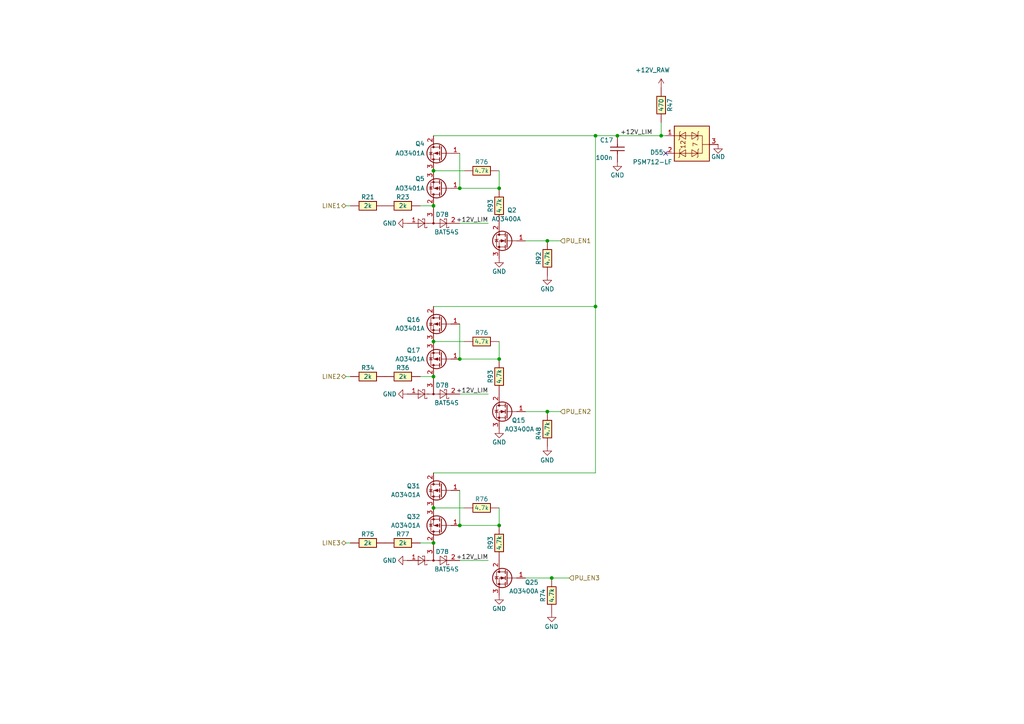
<source format=kicad_sch>
(kicad_sch (version 20230121) (generator eeschema)
  (paper "A4")
  (lib_symbols
    (symbol "Diode:BAT54S" (pin_names (offset 1.016))
      (property "Reference" "D" (at 0.635 -3.81 0))
      (property "Value" "BAT54S" (at -6.35 3.175 0))
      (symbol "BAT54S_0_1"
        (polyline (pts (xy -3.81 0) (xy -1.27 0)))
        (polyline (pts (xy -3.175 -1.27) (xy -3.175 -1.016)))
        (polyline (pts (xy -2.54 -1.27) (xy -3.175 -1.27)))
        (polyline (pts (xy -2.54 -1.27) (xy -2.54 1.27)))
        (polyline (pts (xy -2.54 1.27) (xy -1.905 1.27)))
        (polyline (pts (xy -1.905 0) (xy 1.905 0)))
        (polyline (pts (xy -1.905 1.27) (xy -1.905 1.016)))
        (polyline (pts (xy 1.27 0) (xy 3.81 0)))
        (polyline (pts (xy 3.175 -1.27) (xy 3.175 -1.016)))
        (polyline (pts (xy 3.81 -1.27) (xy 3.175 -1.27)))
        (polyline (pts (xy 3.81 -1.27) (xy 3.81 1.27)))
        (polyline (pts (xy 3.81 1.27) (xy 4.445 1.27)))
        (polyline (pts (xy 4.445 1.27) (xy 4.445 1.016)))
        (polyline (pts (xy -4.445 1.27) (xy -4.445 -1.27) (xy -2.54 0) (xy -4.445 1.27)))
        (polyline (pts (xy 1.905 1.27) (xy 1.905 -1.27) (xy 3.81 0) (xy 1.905 1.27)))
        (circle (center 0 0) (radius 0.254) (fill (type outline)))
      )
      (symbol "BAT54S_1_1"
        (pin passive line (at -7.62 0 0) (length 3.81) (name "~") (number "1"))
        (pin passive line (at 7.62 0 180) (length 3.81) (name "~") (number "2"))
        (pin passive line (at 0 -5.08 90) (length 5.08) (name "~") (number "3"))
      )
    )
    (symbol "MOSFET-P_2" (pin_names hide)
      (property "Reference" "Q" (at 5.207 0.9085 0))
      (property "Value" "MOSFET-P_2" (at 5.207 -1.8666 0))
      (symbol "MOSFET-P_2_0_1"
        (polyline (pts (xy 0.254 0) (xy -2.54 0)))
        (polyline (pts (xy 0.254 1.905) (xy 0.254 -1.905)) (stroke (width 0.254)))
        (polyline (pts (xy 0.762 -1.27) (xy 0.762 -2.286)) (stroke (width 0.254)))
        (polyline (pts (xy 0.762 0.508) (xy 0.762 -0.508)) (stroke (width 0.254)))
        (polyline (pts (xy 0.762 2.286) (xy 0.762 1.27)) (stroke (width 0.254)))
        (polyline (pts (xy 2.54 2.54) (xy 2.54 1.778)))
        (polyline (pts (xy 2.54 -2.54) (xy 2.54 0) (xy 0.762 0)))
        (polyline (pts (xy 0.762 1.778) (xy 3.302 1.778) (xy 3.302 -1.778) (xy 0.762 -1.778)))
        (polyline (pts (xy 2.286 0) (xy 1.27 0.381) (xy 1.27 -0.381) (xy 2.286 0)) (fill (type outline)))
        (polyline (pts (xy 2.794 -0.508) (xy 2.921 -0.381) (xy 3.683 -0.381) (xy 3.81 -0.254)))
        (polyline (pts (xy 3.302 -0.381) (xy 2.921 0.254) (xy 3.683 0.254) (xy 3.302 -0.381)))
        (circle (center 1.651 0) (radius 2.794) (stroke (width 0.254)))
        (circle (center 2.54 -1.778) (radius 0.254) (fill (type outline)))
        (circle (center 2.54 1.778) (radius 0.254) (fill (type outline)))
      )
      (symbol "MOSFET-P_2_1_1"
        (pin input line (at -5.08 0 0) (length 2.54) (name "G") (number "1"))
        (pin passive line (at 2.54 5.08 270) (length 2.54) (name "D") (number "2"))
        (pin passive line (at 2.54 -5.08 90) (length 2.54) (name "S") (number "3"))
      )
    )
    (symbol "MOSFET-P_3" (pin_names hide)
      (property "Reference" "Q" (at 5.207 0.9085 0))
      (property "Value" "MOSFET-P_3" (at 5.207 -1.8666 0))
      (symbol "MOSFET-P_3_0_1"
        (polyline (pts (xy 0.254 0) (xy -2.54 0)))
        (polyline (pts (xy 0.254 1.905) (xy 0.254 -1.905)) (stroke (width 0.254)))
        (polyline (pts (xy 0.762 -1.27) (xy 0.762 -2.286)) (stroke (width 0.254)))
        (polyline (pts (xy 0.762 0.508) (xy 0.762 -0.508)) (stroke (width 0.254)))
        (polyline (pts (xy 0.762 2.286) (xy 0.762 1.27)) (stroke (width 0.254)))
        (polyline (pts (xy 2.54 2.54) (xy 2.54 1.778)))
        (polyline (pts (xy 2.54 -2.54) (xy 2.54 0) (xy 0.762 0)))
        (polyline (pts (xy 0.762 1.778) (xy 3.302 1.778) (xy 3.302 -1.778) (xy 0.762 -1.778)))
        (polyline (pts (xy 2.286 0) (xy 1.27 0.381) (xy 1.27 -0.381) (xy 2.286 0)) (fill (type outline)))
        (polyline (pts (xy 2.794 -0.508) (xy 2.921 -0.381) (xy 3.683 -0.381) (xy 3.81 -0.254)))
        (polyline (pts (xy 3.302 -0.381) (xy 2.921 0.254) (xy 3.683 0.254) (xy 3.302 -0.381)))
        (circle (center 1.651 0) (radius 2.794) (stroke (width 0.254)))
        (circle (center 2.54 -1.778) (radius 0.254) (fill (type outline)))
        (circle (center 2.54 1.778) (radius 0.254) (fill (type outline)))
      )
      (symbol "MOSFET-P_3_1_1"
        (pin input line (at -5.08 0 0) (length 2.54) (name "G") (number "1"))
        (pin passive line (at 2.54 5.08 270) (length 2.54) (name "D") (number "2"))
        (pin passive line (at 2.54 -5.08 90) (length 2.54) (name "S") (number "3"))
      )
    )
    (symbol "MOSFET-P_5" (pin_names hide)
      (property "Reference" "Q" (at 5.207 0.9085 0))
      (property "Value" "MOSFET-P_5" (at 5.207 -1.8666 0))
      (symbol "MOSFET-P_5_0_1"
        (polyline (pts (xy 0.254 0) (xy -2.54 0)))
        (polyline (pts (xy 0.254 1.905) (xy 0.254 -1.905)) (stroke (width 0.254)))
        (polyline (pts (xy 0.762 -1.27) (xy 0.762 -2.286)) (stroke (width 0.254)))
        (polyline (pts (xy 0.762 0.508) (xy 0.762 -0.508)) (stroke (width 0.254)))
        (polyline (pts (xy 0.762 2.286) (xy 0.762 1.27)) (stroke (width 0.254)))
        (polyline (pts (xy 2.54 2.54) (xy 2.54 1.778)))
        (polyline (pts (xy 2.54 -2.54) (xy 2.54 0) (xy 0.762 0)))
        (polyline (pts (xy 0.762 1.778) (xy 3.302 1.778) (xy 3.302 -1.778) (xy 0.762 -1.778)))
        (polyline (pts (xy 2.286 0) (xy 1.27 0.381) (xy 1.27 -0.381) (xy 2.286 0)) (fill (type outline)))
        (polyline (pts (xy 2.794 -0.508) (xy 2.921 -0.381) (xy 3.683 -0.381) (xy 3.81 -0.254)))
        (polyline (pts (xy 3.302 -0.381) (xy 2.921 0.254) (xy 3.683 0.254) (xy 3.302 -0.381)))
        (circle (center 1.651 0) (radius 2.794) (stroke (width 0.254)))
        (circle (center 2.54 -1.778) (radius 0.254) (fill (type outline)))
        (circle (center 2.54 1.778) (radius 0.254) (fill (type outline)))
      )
      (symbol "MOSFET-P_5_1_1"
        (pin input line (at -5.08 0 0) (length 2.54) (name "G") (number "1"))
        (pin passive line (at 2.54 5.08 270) (length 2.54) (name "D") (number "2"))
        (pin passive line (at 2.54 -5.08 90) (length 2.54) (name "S") (number "3"))
      )
    )
    (symbol "MOSFET-P_6" (pin_names hide)
      (property "Reference" "Q" (at 5.207 0.9085 0))
      (property "Value" "MOSFET-P_6" (at 5.207 -1.8666 0))
      (symbol "MOSFET-P_6_0_1"
        (polyline (pts (xy 0.254 0) (xy -2.54 0)))
        (polyline (pts (xy 0.254 1.905) (xy 0.254 -1.905)) (stroke (width 0.254)))
        (polyline (pts (xy 0.762 -1.27) (xy 0.762 -2.286)) (stroke (width 0.254)))
        (polyline (pts (xy 0.762 0.508) (xy 0.762 -0.508)) (stroke (width 0.254)))
        (polyline (pts (xy 0.762 2.286) (xy 0.762 1.27)) (stroke (width 0.254)))
        (polyline (pts (xy 2.54 2.54) (xy 2.54 1.778)))
        (polyline (pts (xy 2.54 -2.54) (xy 2.54 0) (xy 0.762 0)))
        (polyline (pts (xy 0.762 1.778) (xy 3.302 1.778) (xy 3.302 -1.778) (xy 0.762 -1.778)))
        (polyline (pts (xy 2.286 0) (xy 1.27 0.381) (xy 1.27 -0.381) (xy 2.286 0)) (fill (type outline)))
        (polyline (pts (xy 2.794 -0.508) (xy 2.921 -0.381) (xy 3.683 -0.381) (xy 3.81 -0.254)))
        (polyline (pts (xy 3.302 -0.381) (xy 2.921 0.254) (xy 3.683 0.254) (xy 3.302 -0.381)))
        (circle (center 1.651 0) (radius 2.794) (stroke (width 0.254)))
        (circle (center 2.54 -1.778) (radius 0.254) (fill (type outline)))
        (circle (center 2.54 1.778) (radius 0.254) (fill (type outline)))
      )
      (symbol "MOSFET-P_6_1_1"
        (pin input line (at -5.08 0 0) (length 2.54) (name "G") (number "1"))
        (pin passive line (at 2.54 5.08 270) (length 2.54) (name "D") (number "2"))
        (pin passive line (at 2.54 -5.08 90) (length 2.54) (name "S") (number "3"))
      )
    )
    (symbol "hellen-one-common:+12V_RAW" (power) (pin_names (offset 0))
      (property "Value" "+12V_RAW" (at 0 3.556 0))
      (symbol "+12V_RAW_0_1"
        (polyline (pts (xy -0.762 1.27) (xy 0 2.54)))
        (polyline (pts (xy 0 0) (xy 0 2.54)))
        (polyline (pts (xy 0 2.54) (xy 0.762 1.27)))
      )
      (symbol "+12V_RAW_1_1"
        (pin power_in line (at 0 0 90) (length 0) hide (name "+12V_RAW") (number "1"))
      )
    )
    (symbol "hellen-one-common:Cap" (pin_numbers hide)
      (property "Reference" "C" (at -3.81 2.54 0))
      (property "Value" "Cap" (at -2.54 -1.27 0))
      (symbol "Cap_1_0"
        (polyline (pts (xy -1.27 0) (xy -0.508 0)) (stroke (width 0.254)))
        (polyline (pts (xy -0.508 -2.032) (xy -0.508 2.032)) (stroke (width 0.254)))
        (polyline (pts (xy 0.508 2.032) (xy 0.508 -2.032)) (stroke (width 0.254)))
        (polyline (pts (xy 1.27 0) (xy 0.508 0)) (stroke (width 0.254)))
        (pin passive line (at -3.81 0 0) (length 2.54) (name "") (number "1"))
        (pin passive line (at 3.81 0 180) (length 2.54) (name "") (number "2"))
      )
    )
    (symbol "hellen-one-common:MOSFET-N" (pin_names hide)
      (property "Reference" "Q" (at 5.08 6.35 0))
      (property "Value" "MOSFET-N" (at 2.54 3.81 0))
      (symbol "MOSFET-N_0_1"
        (polyline (pts (xy 0.254 0) (xy -2.54 0)))
        (polyline (pts (xy 0.254 1.905) (xy 0.254 -1.905)) (stroke (width 0.254)))
        (polyline (pts (xy 0.762 -1.27) (xy 0.762 -2.286)) (stroke (width 0.254)))
        (polyline (pts (xy 0.762 0.508) (xy 0.762 -0.508)) (stroke (width 0.254)))
        (polyline (pts (xy 0.762 2.286) (xy 0.762 1.27)) (stroke (width 0.254)))
        (polyline (pts (xy 2.54 2.54) (xy 2.54 1.778)))
        (polyline (pts (xy 2.54 -2.54) (xy 2.54 0) (xy 0.762 0)))
        (polyline (pts (xy 0.762 -1.778) (xy 3.302 -1.778) (xy 3.302 1.778) (xy 0.762 1.778)))
        (polyline (pts (xy 1.016 0) (xy 2.032 0.381) (xy 2.032 -0.381) (xy 1.016 0)) (fill (type outline)))
        (polyline (pts (xy 2.794 0.508) (xy 2.921 0.381) (xy 3.683 0.381) (xy 3.81 0.254)))
        (polyline (pts (xy 3.302 0.381) (xy 2.921 -0.254) (xy 3.683 -0.254) (xy 3.302 0.381)))
        (circle (center 1.651 0) (radius 2.794) (stroke (width 0.254)))
        (circle (center 2.54 -1.778) (radius 0.254) (fill (type outline)))
        (circle (center 2.54 1.778) (radius 0.254) (fill (type outline)))
      )
      (symbol "MOSFET-N_1_1"
        (pin input line (at -5.08 0 0) (length 2.54) (name "G") (number "1"))
        (pin passive line (at 2.54 5.08 270) (length 2.54) (name "D") (number "2"))
        (pin passive line (at 2.54 -5.08 90) (length 2.54) (name "S") (number "3"))
      )
    )
    (symbol "hellen-one-common:PSM712"
      (property "Reference" "D?" (at 3.302 0.9085 0))
      (property "Value" "PSM712" (at 3.302 -1.8666 0))
      (symbol "PSM712_0_0"
        (text "12" (at -2.286 2.54 0) (effects (font (size 1.27 1.27))))
        (text "7" (at -2.286 -1.016 0) (effects (font (size 1.27 1.27))))
      )
      (symbol "PSM712_0_1"
        (rectangle (start -7.62 5.08) (end 2.54 -5.08) (stroke (width 0.254)) (fill (type background)))
        (polyline (pts (xy -4.826 5.08) (xy -4.826 -3.048) (xy -2.286 -3.048)) (stroke (width 0.1524)))
        (polyline (pts (xy -6.096 3.302) (xy -5.842 3.556) (xy -3.81 3.556) (xy -3.556 3.81)) (stroke (width 0.1524)))
        (polyline (pts (xy -4.826 -1.778) (xy -3.81 0) (xy -5.842 0) (xy -4.826 -1.778)) (stroke (width 0.1524)))
        (polyline (pts (xy -4.826 3.556) (xy -5.842 1.778) (xy -3.81 1.778) (xy -4.826 3.556)) (stroke (width 0.1524)))
        (polyline (pts (xy -3.556 -1.524) (xy -3.81 -1.778) (xy -5.842 -1.778) (xy -6.096 -2.032)) (stroke (width 0.1524)))
        (polyline (pts (xy -1.016 3.302) (xy -0.762 3.556) (xy 1.27 3.556) (xy 1.524 3.81)) (stroke (width 0.1524)))
        (polyline (pts (xy 0.254 -1.778) (xy 1.27 0) (xy -0.762 0) (xy 0.254 -1.778)) (stroke (width 0.1524)))
        (polyline (pts (xy 0.254 3.556) (xy -0.762 1.778) (xy 1.27 1.778) (xy 0.254 3.556)) (stroke (width 0.1524)))
        (polyline (pts (xy 0.254 5.08) (xy 0.254 -3.048) (xy -2.286 -3.048) (xy -2.286 -5.08)) (stroke (width 0.1524)))
        (polyline (pts (xy 1.524 -1.524) (xy 1.27 -1.778) (xy -0.762 -1.778) (xy -1.016 -2.032)) (stroke (width 0.1524)))
      )
      (symbol "PSM712_1_1"
        (pin passive line (at -4.826 7.62 270) (length 2.54) (name "") (number "1"))
        (pin passive line (at 0.254 7.62 270) (length 2.54) (name "") (number "2"))
        (pin passive line (at -2.286 -7.62 90) (length 2.54) (name "") (number "3"))
      )
    )
    (symbol "hellen-one-common:Res" (pin_numbers hide)
      (property "Reference" "R" (at 3.81 2.54 0))
      (property "Value" "Res" (at 5.08 -2.54 0))
      (symbol "Res_1_0"
        (rectangle (start 2.54 -1.27) (end 7.62 1.27) (stroke (width 0.254)) (fill (type background)))
        (pin passive line (at 0 0 0) (length 2.54) (name "") (number "1"))
        (pin passive line (at 10.16 0 180) (length 2.54) (name "") (number "2"))
      )
    )
    (symbol "power:GND" (power) (pin_names (offset 0))
      (property "Value" "GND" (at 0 -3.81 0))
      (symbol "GND_0_1"
        (polyline (pts (xy 0 0) (xy 0 -1.27) (xy 1.27 -1.27) (xy 0 -2.54) (xy -1.27 -1.27) (xy 0 -1.27)))
      )
      (symbol "GND_1_1"
        (pin power_in line (at 0 0 270) (length 0) hide (name "GND") (number "1"))
      )
    )
  )
  (junction (at 158.75 69.85))
  (junction (at 125.73 147.32))
  (junction (at 158.75 119.38))
  (junction (at 133.35 152.4))
  (junction (at 144.78 104.14))
  (junction (at 144.78 152.4))
  (junction (at 133.35 54.61))
  (junction (at 172.72 88.9))
  (junction (at 133.35 104.14))
  (junction (at 179.07 39.37))
  (junction (at 125.73 59.69))
  (junction (at 125.73 99.06))
  (junction (at 172.72 39.37))
  (junction (at 160.02 167.64))
  (junction (at 125.73 109.22))
  (junction (at 125.73 49.53))
  (junction (at 191.77 39.37))
  (junction (at 144.78 54.61))
  (junction (at 125.73 157.48))
  (no_connect (at 193.04 44.45))
  (wire (pts (xy 144.78 104.14) (xy 144.78 99.06)))
  (wire (pts (xy 144.78 104.14) (xy 133.35 104.14)))
  (wire (pts (xy 121.92 109.22) (xy 125.73 109.22)))
  (wire (pts (xy 172.72 137.16) (xy 172.72 88.9)))
  (wire (pts (xy 144.78 54.61) (xy 144.78 49.53)))
  (wire (pts (xy 144.78 152.4) (xy 144.78 147.32)))
  (wire (pts (xy 144.78 54.61) (xy 133.35 54.61)))
  (wire (pts (xy 141.605 64.77) (xy 133.35 64.77)))
  (wire (pts (xy 144.78 152.4) (xy 133.35 152.4)))
  (wire (pts (xy 121.92 59.69) (xy 125.73 59.69)))
  (wire (pts (xy 100.33 59.69) (xy 101.6 59.69)))
  (wire (pts (xy 160.02 167.64) (xy 165.1 167.64)))
  (wire (pts (xy 125.73 157.48) (xy 121.92 157.48)))
  (wire (pts (xy 152.4 69.85) (xy 158.75 69.85)))
  (wire (pts (xy 133.35 142.24) (xy 133.35 152.4)))
  (wire (pts (xy 191.77 35.56) (xy 191.77 39.37)))
  (wire (pts (xy 125.73 49.53) (xy 134.62 49.53)))
  (wire (pts (xy 125.73 39.37) (xy 172.72 39.37)))
  (wire (pts (xy 101.6 157.48) (xy 100.33 157.48)))
  (wire (pts (xy 133.35 44.45) (xy 133.35 54.61)))
  (wire (pts (xy 158.75 119.38) (xy 162.56 119.38)))
  (wire (pts (xy 125.73 137.16) (xy 172.72 137.16)))
  (wire (pts (xy 100.33 109.22) (xy 101.6 109.22)))
  (wire (pts (xy 172.72 39.37) (xy 172.72 88.9)))
  (wire (pts (xy 158.75 69.85) (xy 162.56 69.85)))
  (wire (pts (xy 172.72 39.37) (xy 179.07 39.37)))
  (wire (pts (xy 125.73 99.06) (xy 134.62 99.06)))
  (wire (pts (xy 141.605 162.56) (xy 133.35 162.56)))
  (wire (pts (xy 191.77 39.37) (xy 179.07 39.37)))
  (wire (pts (xy 133.35 93.98) (xy 133.35 104.14)))
  (wire (pts (xy 125.73 88.9) (xy 172.72 88.9)))
  (wire (pts (xy 134.62 147.32) (xy 125.73 147.32)))
  (wire (pts (xy 193.04 39.37) (xy 191.77 39.37)))
  (wire (pts (xy 160.02 167.64) (xy 152.4 167.64)))
  (wire (pts (xy 141.605 114.3) (xy 133.35 114.3)))
  (wire (pts (xy 152.4 119.38) (xy 158.75 119.38)))
  (label "+12V_LIM" (at 141.605 162.56 180))
  (label "+12V_LIM" (at 141.605 64.77 180))
  (label "+12V_LIM" (at 189.23 39.37 180))
  (label "+12V_LIM" (at 141.605 114.3 180))
  (hierarchical_label "PU_EN1" (shape input) (at 162.56 69.85 0))
  (hierarchical_label "PU_EN2" (shape input) (at 162.56 119.38 0))
  (hierarchical_label "LINE1" (shape bidirectional) (at 100.33 59.69 180))
  (hierarchical_label "LINE2" (shape bidirectional) (at 100.33 109.22 180))
  (hierarchical_label "LINE3" (shape bidirectional) (at 100.33 157.48 180))
  (hierarchical_label "PU_EN3" (shape input) (at 165.1 167.64 0))
  (symbol (lib_id "hellen-one-common:Res") (at 144.78 49.53 0) (mirror y) (unit 1)
    (property "Reference" "R76" (at 139.7 46.99 0))
    (property "Value" "4.7k" (at 139.7 49.53 0))
    (property "Footprint" "hellen-one-common:R0603" (effects hide))
    (property "LCSC" "C23162" (effects hide))
    (instances (project "alphax_4ch" (path "" (reference "R76") (unit 1)) (path "" (reference "R1129") (unit 1))))
  )
  (symbol (lib_id "hellen-one-common:Res") (at 144.78 64.77 270) (mirror x) (unit 1)
    (property "Reference" "R93" (at 142.24 59.69 0))
    (property "Value" "4.7k" (at 144.78 59.69 0))
    (property "Footprint" "hellen-one-common:R0603" (effects hide))
    (property "LCSC" "C23162" (effects hide))
    (instances (project "alphax_4ch" (path "" (reference "R93") (unit 1)) (path "" (reference "R1132") (unit 1))))
  )
  (symbol (lib_id "power:GND") (at 144.78 74.93 0) (mirror y) (unit 1)
    (property "Reference" "#PWR026" (effects hide))
    (property "Value" "GND" (at 144.78 78.74 0))
    (instances (project "alphax_4ch" (path "" (reference "#PWR026") (unit 1)) (path "" (reference "#PWR0167") (unit 1))))
  )
  (symbol (lib_id "power:GND") (at 118.11 162.56 270) (unit 1)
    (property "Reference" "#PWR0280" (effects hide))
    (property "Value" "GND" (at 113.03 162.56 90))
    (instances (project "alphax_4ch" (path "" (reference "#PWR0280") (unit 1)) (path "" (reference "#PWR067") (unit 1))))
  )
  (symbol (lib_id "hellen-one-common:MOSFET-N") (at 147.32 119.38 0) (mirror y) (unit 1)
    (property "Reference" "Q15" (at 152.4 121.92 0) (effects (justify left)))
    (property "Value" "AO3400A" (at 154.94 124.46 0) (effects (justify left)))
    (property "Footprint" "hellen-one-common:SOT-23" (effects hide))
    (property "LCSC" " C20917" (effects hide))
    (instances (project "alphax_4ch" (path "" (reference "Q15") (unit 1)) (path "" (reference "Q1") (unit 1))))
  )
  (symbol (lib_id "hellen-one-common:Res") (at 111.76 109.22 0) (mirror y) (unit 1)
    (property "Reference" "R34" (at 106.68 106.68 0))
    (property "Value" "2k" (at 106.68 109.22 0))
    (property "Footprint" "hellen-one-common:R1206" (effects hide))
    (property "LCSC" "C17944" (effects hide))
    (instances (project "alphax_4ch" (path "" (reference "R34") (unit 1)) (path "" (reference "R1135") (unit 1))))
  )
  (symbol (lib_id "hellen-one-common:Res") (at 121.92 157.48 0) (mirror y) (unit 1)
    (property "Reference" "R77" (at 116.84 154.94 0))
    (property "Value" "2k" (at 116.84 157.48 0))
    (property "Footprint" "hellen-one-common:R1206" (effects hide))
    (property "LCSC" "C17944" (effects hide))
    (instances (project "alphax_4ch" (path "" (reference "R77") (unit 1)) (path "" (reference "R1141") (unit 1))))
  )
  (symbol (lib_id "power:GND") (at 158.75 80.01 0) (mirror y) (unit 1)
    (property "Reference" "#PWR026" (effects hide))
    (property "Value" "GND" (at 158.75 83.82 0))
    (instances (project "alphax_4ch" (path "" (reference "#PWR026") (unit 1)) (path "" (reference "#PWR0170") (unit 1))))
  )
  (symbol (lib_id "power:GND") (at 179.07 46.99 0) (unit 1)
    (property "Reference" "#PWR070" (effects hide))
    (property "Value" "GND" (at 179.07 50.8 0))
    (instances (project "alphax_4ch" (path "" (reference "#PWR070") (unit 1)) (path "" (reference "#PWR0173") (unit 1))))
  )
  (symbol (lib_id "hellen-one-common:MOSFET-N") (at 147.32 69.85 0) (mirror y) (unit 1)
    (property "Reference" "Q2" (at 149.86 60.96 0) (effects (justify left)))
    (property "Value" "AO3400A" (at 151.13 63.5 0) (effects (justify left)))
    (property "Footprint" "hellen-one-common:SOT-23" (effects hide))
    (property "LCSC" " C20917" (effects hide))
    (instances (project "alphax_4ch" (path "" (reference "Q2") (unit 1)) (path "" (reference "Q3") (unit 1))))
  )
  (symbol (lib_id "power:GND") (at 158.75 129.54 0) (mirror y) (unit 1)
    (property "Reference" "#PWR0126" (effects hide))
    (property "Value" "GND" (at 158.6992 133.4834 0))
    (instances (project "alphax_4ch" (path "" (reference "#PWR0126") (unit 1)) (path "" (reference "#PWR0171") (unit 1))))
  )
  (symbol (lib_name "MOSFET-P_2") (lib_id "hellen-one-common:MOSFET-P") (at 128.27 152.4 180) (unit 1)
    (property "Reference" "Q32" (at 121.92 149.86 0) (effects (justify left)))
    (property "Value" "AO3401A" (at 121.92 152.4 0) (effects (justify left)))
    (property "Footprint" "hellen-one-common:SOT-23" (effects hide))
    (property "Datasheet" "https://datasheet.lcsc.com/lcsc/1810171817_Alpha-&-Omega-Semicon-AO3401A_C15127.pdf" (effects hide))
    (property "LCSC" "C15127" (effects hide))
    (instances (project "alphax_4ch" (path "" (reference "Q32") (unit 1)) (path "" (reference "Q53") (unit 1))))
  )
  (symbol (lib_id "hellen-one-common:MOSFET-N") (at 147.32 167.64 0) (mirror y) (unit 1)
    (property "Reference" "Q25" (at 156.21 168.91 0) (effects (justify left)))
    (property "Value" "AO3400A" (at 156.21 171.45 0) (effects (justify left)))
    (property "Footprint" "hellen-one-common:SOT-23" (effects hide))
    (property "LCSC" " C20917" (effects hide))
    (instances (project "alphax_4ch" (path "" (reference "Q25") (unit 1)) (path "" (reference "Q51") (unit 1))))
  )
  (symbol (lib_id "power:GND") (at 118.11 64.77 270) (unit 1)
    (property "Reference" "#PWR0280" (effects hide))
    (property "Value" "GND" (at 113.03 64.77 90))
    (instances (project "alphax_4ch" (path "" (reference "#PWR0280") (unit 1)) (path "" (reference "#PWR065") (unit 1))))
  )
  (symbol (lib_name "MOSFET-P_2") (lib_id "hellen-one-common:MOSFET-P") (at 128.27 104.14 180) (unit 1)
    (property "Reference" "Q17" (at 121.92 101.6 0) (effects (justify left)))
    (property "Value" "AO3401A" (at 123.19 104.14 0) (effects (justify left)))
    (property "Footprint" "hellen-one-common:SOT-23" (effects hide))
    (property "Datasheet" "https://datasheet.lcsc.com/lcsc/1810171817_Alpha-&-Omega-Semicon-AO3401A_C15127.pdf" (effects hide))
    (property "LCSC" "C15127" (effects hide))
    (instances (project "alphax_4ch" (path "" (reference "Q17") (unit 1)) (path "" (reference "Q50") (unit 1))))
  )
  (symbol (lib_id "Diode:BAT54S") (at 125.73 162.56 0) (mirror x) (unit 1)
    (property "Reference" "D78" (at 128.27 160.02 0))
    (property "Value" "BAT54S" (at 129.54 165.1 0))
    (property "Footprint" "Package_TO_SOT_SMD:SOT-23" (effects hide))
    (property "Datasheet" "https://www.diodes.com/assets/Datasheets/ds11005.pdf" (effects hide))
    (property "LCSC" "C408389" (effects hide))
    (instances (project "alphax_4ch" (path "" (reference "D78") (unit 1)) (path "" (reference "D23") (unit 1))))
  )
  (symbol (lib_id "hellen-one-common:Res") (at 121.92 59.69 0) (mirror y) (unit 1)
    (property "Reference" "R23" (at 116.84 57.15 0))
    (property "Value" "2k" (at 116.84 59.69 0))
    (property "Footprint" "hellen-one-common:R1206" (effects hide))
    (property "LCSC" "C17944" (effects hide))
    (instances (project "alphax_4ch" (path "" (reference "R23") (unit 1)) (path "" (reference "R1131") (unit 1))))
  )
  (symbol (lib_id "hellen-one-common:Res") (at 158.75 80.01 90) (unit 1)
    (property "Reference" "R92" (at 156.21 74.93 0))
    (property "Value" "4.7k" (at 158.75 74.93 0))
    (property "Footprint" "hellen-one-common:R0603" (effects hide))
    (property "LCSC" "C23162" (effects hide))
    (instances (project "alphax_4ch" (path "" (reference "R92") (unit 1)) (path "" (reference "R1125") (unit 1))))
  )
  (symbol (lib_id "hellen-one-common:Res") (at 111.76 59.69 0) (mirror y) (unit 1)
    (property "Reference" "R21" (at 106.68 57.15 0))
    (property "Value" "2k" (at 106.68 59.69 0))
    (property "Footprint" "hellen-one-common:R1206" (effects hide))
    (property "LCSC" "C17944" (effects hide))
    (instances (project "alphax_4ch" (path "" (reference "R21") (unit 1)) (path "" (reference "R1126") (unit 1))))
  )
  (symbol (lib_id "hellen-one-common:Res") (at 121.92 109.22 0) (mirror y) (unit 1)
    (property "Reference" "R36" (at 116.84 106.68 0))
    (property "Value" "2k" (at 116.84 109.22 0))
    (property "Footprint" "hellen-one-common:R1206" (effects hide))
    (property "LCSC" "C17944" (effects hide))
    (instances (project "alphax_4ch" (path "" (reference "R36") (unit 1)) (path "" (reference "R1136") (unit 1))))
  )
  (symbol (lib_id "power:GND") (at 144.78 124.46 0) (mirror y) (unit 1)
    (property "Reference" "#PWR029" (effects hide))
    (property "Value" "GND" (at 144.78 128.27 0))
    (instances (project "alphax_4ch" (path "" (reference "#PWR029") (unit 1)) (path "" (reference "#PWR0168") (unit 1))))
  )
  (symbol (lib_id "power:GND") (at 144.78 172.72 0) (mirror y) (unit 1)
    (property "Reference" "#PWR0130" (effects hide))
    (property "Value" "GND" (at 144.78 176.53 0))
    (instances (project "alphax_4ch" (path "" (reference "#PWR0130") (unit 1)) (path "" (reference "#PWR0169") (unit 1))))
  )
  (symbol (lib_id "hellen-one-common:Res") (at 144.78 114.3 270) (mirror x) (unit 1)
    (property "Reference" "R93" (at 142.24 109.22 0))
    (property "Value" "4.7k" (at 144.78 109.22 0))
    (property "Footprint" "hellen-one-common:R0603" (effects hide))
    (property "LCSC" "C23162" (effects hide))
    (instances (project "alphax_4ch" (path "" (reference "R93") (unit 1)) (path "" (reference "R1128") (unit 1))))
  )
  (symbol (lib_id "hellen-one-common:+12V_RAW") (at 191.77 25.4 0) (mirror y) (unit 1)
    (property "Reference" "#PWR038" (effects hide))
    (property "Value" "+12V_RAW" (at 194.31 20.32 0) (effects (justify left)))
    (instances (project "alphax_4ch" (path "" (reference "#PWR038") (unit 1)) (path "" (reference "#PWR0190") (unit 1))))
  )
  (symbol (lib_id "power:GND") (at 208.28 41.91 0) (mirror y) (unit 1)
    (property "Reference" "#PWR039" (effects hide))
    (property "Value" "GND" (at 208.28 45.466 0))
    (instances (project "alphax_4ch" (path "" (reference "#PWR039") (unit 1)) (path "" (reference "#PWR0174") (unit 1))))
  )
  (symbol (lib_id "hellen-one-common:Res") (at 158.75 129.54 270) (mirror x) (unit 1)
    (property "Reference" "R48" (at 156.21 125.73 0))
    (property "Value" "4.7k" (at 158.75 124.46 0))
    (property "Footprint" "hellen-one-common:R0603" (effects hide))
    (property "LCSC" "C23162" (effects hide))
    (instances (project "alphax_4ch" (path "" (reference "R48") (unit 1)) (path "" (reference "R41") (unit 1))))
  )
  (symbol (lib_id "Diode:BAT54S") (at 125.73 64.77 0) (mirror x) (unit 1)
    (property "Reference" "D78" (at 128.27 62.23 0))
    (property "Value" "BAT54S" (at 129.54 67.31 0))
    (property "Footprint" "Package_TO_SOT_SMD:SOT-23" (effects hide))
    (property "Datasheet" "https://www.diodes.com/assets/Datasheets/ds11005.pdf" (effects hide))
    (property "LCSC" "C408389" (effects hide))
    (instances (project "alphax_4ch" (path "" (reference "D78") (unit 1)) (path "" (reference "D18") (unit 1))))
  )
  (symbol (lib_name "MOSFET-P_3") (lib_id "hellen-one-common:MOSFET-P") (at 128.27 93.98 0) (mirror y) (unit 1)
    (property "Reference" "Q16" (at 121.92 92.71 0) (effects (justify left)))
    (property "Value" "AO3401A" (at 123.19 95.25 0) (effects (justify left)))
    (property "Footprint" "hellen-one-common:SOT-23" (effects hide))
    (property "Datasheet" "https://datasheet.lcsc.com/lcsc/1810171817_Alpha-&-Omega-Semicon-AO3401A_C15127.pdf" (effects hide))
    (property "LCSC" "C15127" (effects hide))
    (instances (project "alphax_4ch" (path "" (reference "Q16") (unit 1)) (path "" (reference "Q49") (unit 1))))
  )
  (symbol (lib_id "power:GND") (at 118.11 114.3 270) (unit 1)
    (property "Reference" "#PWR0280" (effects hide))
    (property "Value" "GND" (at 113.03 114.3 90))
    (instances (project "alphax_4ch" (path "" (reference "#PWR0280") (unit 1)) (path "" (reference "#PWR066") (unit 1))))
  )
  (symbol (lib_id "hellen-one-common:Res") (at 111.76 157.48 0) (mirror y) (unit 1)
    (property "Reference" "R75" (at 106.68 154.94 0))
    (property "Value" "2k" (at 106.68 157.48 0))
    (property "Footprint" "hellen-one-common:R1206" (effects hide))
    (property "LCSC" "C17944" (effects hide))
    (instances (project "alphax_4ch" (path "" (reference "R75") (unit 1)) (path "" (reference "R1139") (unit 1))))
  )
  (symbol (lib_id "Diode:BAT54S") (at 125.73 114.3 0) (mirror x) (unit 1)
    (property "Reference" "D78" (at 128.27 111.76 0))
    (property "Value" "BAT54S" (at 129.54 116.84 0))
    (property "Footprint" "Package_TO_SOT_SMD:SOT-23" (effects hide))
    (property "Datasheet" "https://www.diodes.com/assets/Datasheets/ds11005.pdf" (effects hide))
    (property "LCSC" "C408389" (effects hide))
    (instances (project "alphax_4ch" (path "" (reference "D78") (unit 1)) (path "" (reference "D19") (unit 1))))
  )
  (symbol (lib_name "MOSFET-P_6") (lib_id "hellen-one-common:MOSFET-P") (at 128.27 44.45 0) (mirror y) (unit 1)
    (property "Reference" "Q4" (at 123.19 41.6749 0) (effects (justify left)))
    (property "Value" "AO3401A" (at 123.19 44.45 0) (effects (justify left)))
    (property "Footprint" "hellen-one-common:SOT-23" (effects hide))
    (property "Datasheet" "https://datasheet.lcsc.com/lcsc/1810171817_Alpha-&-Omega-Semicon-AO3401A_C15127.pdf" (effects hide))
    (property "LCSC" "C15127" (effects hide))
    (instances (project "alphax_4ch" (path "" (reference "Q4") (unit 1)) (path "" (reference "Q35") (unit 1))))
  )
  (symbol (lib_id "hellen-one-common:PSM712") (at 200.66 44.196 90) (mirror x) (unit 1)
    (property "Reference" "D55" (at 190.5 44.196 90))
    (property "Value" "PSM712-LF" (at 189.23 46.99 90))
    (property "Footprint" "hellen-one-common:SOT-23" (effects hide))
    (property "Datasheet" "https://datasheet.lcsc.com/lcsc/1811061632_ProTek-Devices-PSM712-LF-T7_C32677.pdf" (effects hide))
    (property "LCSC" "C32677" (effects hide))
    (instances (project "alphax_4ch" (path "" (reference "D55") (unit 1)) (path "" (reference "D28") (unit 1))))
  )
  (symbol (lib_id "hellen-one-common:Res") (at 144.78 162.56 270) (mirror x) (unit 1)
    (property "Reference" "R93" (at 142.24 157.48 0))
    (property "Value" "4.7k" (at 144.78 157.48 0))
    (property "Footprint" "hellen-one-common:R0603" (effects hide))
    (property "LCSC" "C23162" (effects hide))
    (instances (project "alphax_4ch" (path "" (reference "R93") (unit 1)) (path "" (reference "R1138") (unit 1))))
  )
  (symbol (lib_name "MOSFET-P_3") (lib_id "hellen-one-common:MOSFET-P") (at 128.27 142.24 0) (mirror y) (unit 1)
    (property "Reference" "Q31" (at 121.92 140.97 0) (effects (justify left)))
    (property "Value" "AO3401A" (at 121.92 143.51 0) (effects (justify left)))
    (property "Footprint" "hellen-one-common:SOT-23" (effects hide))
    (property "Datasheet" "https://datasheet.lcsc.com/lcsc/1810171817_Alpha-&-Omega-Semicon-AO3401A_C15127.pdf" (effects hide))
    (property "LCSC" "C15127" (effects hide))
    (instances (project "alphax_4ch" (path "" (reference "Q31") (unit 1)) (path "" (reference "Q52") (unit 1))))
  )
  (symbol (lib_id "hellen-one-common:Res") (at 191.77 35.56 90) (unit 1)
    (property "Reference" "R47" (at 194.31 30.48 0))
    (property "Value" "470" (at 191.77 30.48 0))
    (property "Footprint" "hellen-one-common:R0805" (effects hide))
    (property "LCSC" "C17710" (effects hide))
    (instances (project "alphax_4ch" (path "" (reference "R47") (unit 1)) (path "" (reference "R25") (unit 1))))
  )
  (symbol (lib_id "hellen-one-common:Res") (at 160.02 167.64 90) (mirror x) (unit 1)
    (property "Reference" "R74" (at 157.48 172.72 0))
    (property "Value" "4.7k" (at 160.02 172.72 0))
    (property "Footprint" "hellen-one-common:R0603" (effects hide))
    (property "LCSC" "C23162" (effects hide))
    (instances (project "alphax_4ch" (path "" (reference "R74") (unit 1)) (path "" (reference "R1137") (unit 1))))
  )
  (symbol (lib_id "power:GND") (at 160.02 177.8 0) (mirror y) (unit 1)
    (property "Reference" "#PWR0126" (effects hide))
    (property "Value" "GND" (at 159.9692 181.7434 0))
    (instances (project "alphax_4ch" (path "" (reference "#PWR0126") (unit 1)) (path "" (reference "#PWR0172") (unit 1))))
  )
  (symbol (lib_id "hellen-one-common:Res") (at 144.78 147.32 0) (mirror y) (unit 1)
    (property "Reference" "R76" (at 139.7 144.78 0))
    (property "Value" "4.7k" (at 139.7 147.32 0))
    (property "Footprint" "hellen-one-common:R0603" (effects hide))
    (property "LCSC" "C23162" (effects hide))
    (instances (project "alphax_4ch" (path "" (reference "R76") (unit 1)) (path "" (reference "R1140") (unit 1))))
  )
  (symbol (lib_id "hellen-one-common:Cap") (at 179.07 43.18 90) (unit 1)
    (property "Reference" "C17" (at 173.99 40.64 90) (effects (justify right)))
    (property "Value" "100n" (at 172.72 45.72 90) (effects (justify right)))
    (property "Footprint" "hellen-one-common:C0603" (effects hide))
    (property "LCSC" "C14663" (effects hide))
    (instances (project "alphax_4ch" (path "" (reference "C17") (unit 1)) (path "" (reference "C18") (unit 1))))
  )
  (symbol (lib_id "hellen-one-common:Res") (at 144.78 99.06 0) (mirror y) (unit 1)
    (property "Reference" "R76" (at 139.7 96.52 0))
    (property "Value" "4.7k" (at 139.7 99.06 0))
    (property "Footprint" "hellen-one-common:R0603" (effects hide))
    (property "LCSC" "C23162" (effects hide))
    (instances (project "alphax_4ch" (path "" (reference "R76") (unit 1)) (path "" (reference "R1127") (unit 1))))
  )
  (symbol (lib_name "MOSFET-P_5") (lib_id "hellen-one-common:MOSFET-P") (at 128.27 54.61 180) (unit 1)
    (property "Reference" "Q5" (at 123.19 51.8349 0) (effects (justify left)))
    (property "Value" "AO3401A" (at 123.19 54.61 0) (effects (justify left)))
    (property "Footprint" "hellen-one-common:SOT-23" (effects hide))
    (property "Datasheet" "https://datasheet.lcsc.com/lcsc/1810171817_Alpha-&-Omega-Semicon-AO3401A_C15127.pdf" (effects hide))
    (property "LCSC" "C15127" (effects hide))
    (instances (project "alphax_4ch" (path "" (reference "Q5") (unit 1)) (path "" (reference "Q36") (unit 1))))
  )
)
</source>
